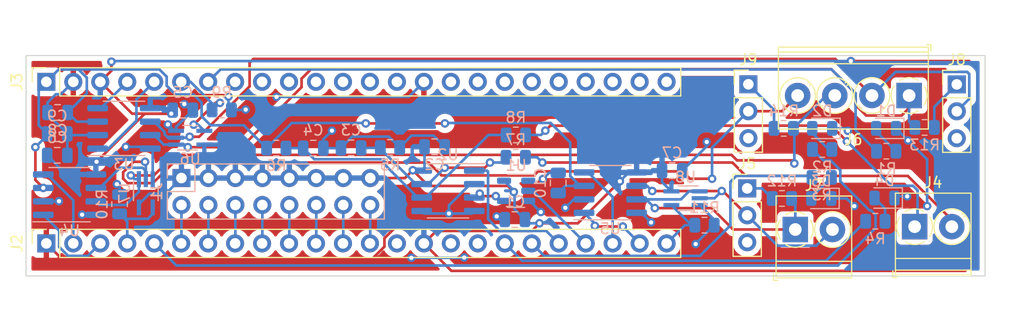
<source format=kicad_pcb>
(kicad_pcb (version 20211014) (generator pcbnew)
  (layers (0 "F.Cu" signal) (31 "B.Cu" signal) (34 "B.Paste" user) (35 "F.Paste" user) (36 "B.SilkS" user "B.Silkscreen") (37 "F.SilkS" user "F.Silkscreen") (38 "B.Mask" user) (39 "F.Mask" user) (44 "Edge.Cuts" user))
  (net 0 "")
  (net 1 "GND")
  (net 2 "Net-(U2-Pad7)")
  (net 3 "Net-(U2-Pad6)")
  (net 4 "+5V")
  (net 5 "Net-(D1-Pad2)")
  (net 6 "Net-(D2-Pad2)")
  (net 7 "Net-(D3-Pad2)")
  (net 8 "Net-(D4-Pad2)")
  (net 9 "CAN2_RX")
  (net 10 "CAN2_TX")
  (net 11 "CAN2_SW")
  (net 12 "CAN2_LED")
  (net 16 "PWR_LED")
  (net 17 "CAN3_LED")
  (net 18 "J1708_RX")
  (net 19 "J1708_TX")
  (net 20 "CAN3_RX")
  (net 21 "CAN3_TX")
  (net 22 "CAN3_SW")
  (net 23 "CAN1_RX")
  (net 24 "CAN1_TX")
  (net 25 "CAN1_SW")
  (net 26 "CAN1_LED")
  (net 43 "Net-(J4-Pad1)")
  (net 44 "Net-(J4-Pad2)")
  (net 45 "Net-(J5-Pad1)")
  (net 46 "Net-(J7-Pad2)")
  (net 48 "Net-(U3-Pad7)")
  (net 49 "Net-(U3-Pad6)")
  (net 50 "Net-(U4-Pad7)")
  (net 51 "Net-(U4-Pad6)")
  (net 52 "Net-(J7-Pad1)")
  (net 53 "Net-(J8-Pad1)")
  (net 55 "Net-(J9-Pad1)")
  (net 58 "Net-(U1-Pad4)")
  (net 59 "VCC")
  (net 60 "Net-(J2-Pad6)")
  (net 61 "Net-(J2-Pad7)")
  (net 62 "Net-(J2-Pad8)")
  (net 63 "Net-(J2-Pad9)")
  (net 64 "Net-(J2-Pad10)")
  (net 65 "Net-(J2-Pad11)")
  (net 66 "Net-(J2-Pad12)")
  (net 67 "Net-(J2-Pad13)")
  (footprint "Connector_PinHeader_2.54mm:PinHeader_1x03_P2.54mm_Vertical" (layer "F.Cu") (at 98.11 42.2)
    (fp_text reference "J9")
    (fp_text value "Conn_01x03")
  )
  (footprint "Connector_PinSocket_2.54mm:PinSocket_1x24_P2.54mm_Vertical" (layer "F.Cu") (at 31.99 57.21 90)
    (fp_text reference "J2")
    (fp_text value "Conn_01x24_Female")
  )
  (footprint "Connector_PinHeader_2.54mm:PinHeader_1x03_P2.54mm_Vertical" (layer "F.Cu") (at 98 52.02)
    (fp_text reference "J5")
    (fp_text value "Conn_01x03")
  )
  (footprint "Connector_PinSocket_2.54mm:PinSocket_1x24_P2.54mm_Vertical" (layer "F.Cu") (at 31.99 41.97 90)
    (fp_text reference "J3")
    (fp_text value "Conn_01x24_Female")
  )
  (footprint "TerminalBlock_Phoenix:TerminalBlock_Phoenix_PT-1,5-4-3.5-H_1x04_P3.50mm_Horizontal" (layer "F.Cu") (at 113.25 43.26 180)
    (fp_text reference "J6")
    (fp_text value "Screw_Terminal_01x04")
  )
  (footprint "TerminalBlock_Phoenix:TerminalBlock_Phoenix_PT-1,5-2-3.5-H_1x02_P3.50mm_Horizontal" (layer "F.Cu") (at 102.53 55.9)
    (fp_text reference "J7")
    (fp_text value "Screw_Terminal_01x02")
  )
  (footprint "TerminalBlock_Phoenix:TerminalBlock_Phoenix_PT-1,5-2-3.5-H_1x02_P3.50mm_Horizontal" (layer "F.Cu") (at 113.77 55.63)
    (fp_text reference "J4")
    (fp_text value "Screw_Terminal_01x02")
  )
  (footprint "Connector_PinHeader_2.54mm:PinHeader_1x03_P2.54mm_Vertical" (layer "F.Cu") (at 117.74 42.21)
    (fp_text reference "J8")
    (fp_text value "Conn_01x03")
  )
  (footprint "Resistor_SMD:R_0805_2012Metric" (layer "B.Cu") (at 101.27 52.97 180)
    (fp_text reference "R12")
    (fp_text value "120")
  )
  (footprint "LED_SMD:LED_0805_2012Metric" (layer "B.Cu") (at 104.98 52.97 180)
    (fp_text reference "D3")
    (fp_text value "LED")
  )
  (footprint "Resistor_SMD:R_0805_2012Metric" (layer "B.Cu") (at 76.2125 46.98 180)
    (fp_text reference "R8")
    (fp_text value "47")
  )
  (footprint "Package_TO_SOT_SMD:SOT-353_SC-70-5_Handsoldering" (layer "B.Cu") (at 45.54 47.24)
    (fp_text reference "U6")
    (fp_text value "74LVC1G66")
  )
  (footprint "Package_TO_SOT_SMD:SOT-353_SC-70-5_Handsoldering" (layer "B.Cu") (at 41.36 52.48 -90)
    (fp_text reference "U7")
    (fp_text value "74LVC1G66")
  )
  (footprint "Package_TO_SOT_SMD:SOT-23-5" (layer "B.Cu") (at 76.24 52.25 180)
    (fp_text reference "U1")
    (fp_text value "SN74LVC1G14DBV")
  )
  (footprint "Resistor_SMD:R_0805_2012Metric" (layer "B.Cu") (at 105.02 50.98)
    (fp_text reference "R3")
    (fp_text value "68")
  )
  (footprint "Resistor_SMD:R_0805_2012Metric" (layer "B.Cu") (at 110.07 55.12)
    (fp_text reference "R4")
    (fp_text value "68")
  )
  (footprint "Resistor_SMD:R_0805_2012Metric" (layer "B.Cu") (at 101.44 46.36 180)
    (fp_text reference "R14")
    (fp_text value "120")
  )
  (footprint "Package_TO_SOT_SMD:SOT-353_SC-70-5_Handsoldering" (layer "B.Cu") (at 92.19 52.95 180)
    (fp_text reference "U8")
    (fp_text value "74LVC1G66")
  )
  (footprint "Capacitor_SMD:C_0805_2012Metric" (layer "B.Cu") (at 60.69 48.2 180)
    (fp_text reference "C3")
    (fp_text value "2.2uF")
  )
  (footprint "Resistor_SMD:R_0805_2012Metric" (layer "B.Cu") (at 48.51 44.62 180)
    (fp_text reference "R9")
    (fp_text value "4.7k")
  )
  (footprint "Resistor_SMD:R_0805_2012Metric" (layer "B.Cu") (at 93.98 55.49 180)
    (fp_text reference "R11")
    (fp_text value "4.7k")
  )
  (footprint "LED_SMD:LED_0805_2012Metric" (layer "B.Cu") (at 111.08 46.36 180)
    (fp_text reference "D1")
    (fp_text value "LED")
  )
  (footprint "Resistor_SMD:R_0805_2012Metric" (layer "B.Cu") (at 76.2 49.08 180)
    (fp_text reference "R7")
    (fp_text value "47")
  )
  (footprint "Connector_PinHeader_2.54mm:PinHeader_2x08_P2.54mm_Vertical" (layer "B.Cu") (at 44.715 51.045 -90)
    (fp_text reference "J1")
    (fp_text value "Conn_02x08_Odd_Even")
  )
  (footprint "Resistor_SMD:R_0805_2012Metric" (layer "B.Cu") (at 64.36 48.16)
    (fp_text reference "R5")
    (fp_text value "4.7k")
  )
  (footprint "Package_SO:SOIC-8_3.9x4.9mm_P1.27mm" (layer "B.Cu") (at 39.3 46.36)
    (fp_text reference "U3")
    (fp_text value "MCP2558FD-xSN")
  )
  (footprint "Capacitor_SMD:C_0805_2012Metric" (layer "B.Cu") (at 44.84 44.64 180)
    (fp_text reference "C5")
    (fp_text value "100nF")
  )
  (footprint "Resistor_SMD:R_0805_2012Metric" (layer "B.Cu") (at 105.06 48.35)
    (fp_text reference "R2")
    (fp_text value "68")
  )
  (footprint "Resistor_SMD:R_0805_2012Metric" (layer "B.Cu") (at 53.65 48.22)
    (fp_text reference "R6")
    (fp_text value "4.7k")
  )
  (footprint "Capacitor_SMD:C_0805_2012Metric" (layer "B.Cu") (at 76.12 54.96 180)
    (fp_text reference "C1")
    (fp_text value "100nF")
  )
  (footprint "Package_SO:SOIC-8_3.9x4.9mm_P1.27mm" (layer "B.Cu") (at 69.82 52.25 180)
    (fp_text reference "U2")
    (fp_text value "ST485EBDR")
  )
  (footprint "Capacitor_SMD:C_0805_2012Metric" (layer "B.Cu") (at 33.02 48.9 180)
    (fp_text reference "C6")
    (fp_text value "100nF")
  )
  (footprint "Resistor_SMD:R_0805_2012Metric" (layer "B.Cu") (at 38.89 53.51 -90)
    (fp_text reference "R10")
    (fp_text value "4.7k")
  )
  (footprint "Capacitor_SMD:C_0805_2012Metric" (layer "B.Cu") (at 57.13 48.22 180)
    (fp_text reference "C4")
    (fp_text value "2.2uF")
  )
  (footprint "Capacitor_SMD:C_0805_2012Metric" (layer "B.Cu") (at 80.2 51.51 -90)
    (fp_text reference "C10")
    (fp_text value "100nF")
  )
  (footprint "Capacitor_SMD:C_0805_2012Metric" (layer "B.Cu") (at 90.93 50.35 180)
    (fp_text reference "C7")
    (fp_text value "100nF")
  )
  (footprint "LED_SMD:LED_0805_2012Metric" (layer "B.Cu") (at 105.07 46.36 180)
    (fp_text reference "D2")
    (fp_text value "LED")
  )
  (footprint "Capacitor_SMD:C_0805_2012Metric" (layer "B.Cu") (at 33.05 44.86)
    (fp_text reference "C8")
    (fp_text value "100nF")
  )
  (footprint "LED_SMD:LED_0805_2012Metric" (layer "B.Cu") (at 110.93 52.93 180)
    (fp_text reference "D4")
    (fp_text value "LED")
  )
  (footprint "Resistor_SMD:R_0805_2012Metric" (layer "B.Cu") (at 111.1 48.51)
    (fp_text reference "R1")
    (fp_text value "68")
  )
  (footprint "Resistor_SMD:R_0805_2012Metric" (layer "B.Cu") (at 114.71 46.27)
    (fp_text reference "R13")
    (fp_text value "120")
  )
  (footprint "Capacitor_SMD:C_0805_2012Metric" (layer "B.Cu") (at 68.56 48.09)
    (fp_text reference "C2")
    (fp_text value "100nF")
  )
  (footprint "Package_SO:SOIC-8_3.9x4.9mm_P1.27mm" (layer "B.Cu") (at 85.11 52.42)
    (fp_text reference "U5")
    (fp_text value "MCP2558FD-xSN")
  )
  (footprint "Package_SO:SOIC-8_3.9x4.9mm_P1.27mm" (layer "B.Cu") (at 34.18 52.61)
    (fp_text reference "U4")
    (fp_text value "MCP2558FD-xSN")
  )
  (footprint "Capacitor_SMD:C_0805_2012Metric" (layer "B.Cu") (at 33.02 46.87 180)
    (fp_text reference "C9")
    (fp_text value "100nF")
  )
  (gr_rect (start 30.08 39.49) (end 120.4 60.28) (layer "Edge.Cuts") (width 0.1) (fill none))
  (segment (start 31.99 57.21) (end 33.626443 58.846443) (width 0.25) (layer "F.Cu") (net 1))
  (segment (start 114.025402 52.77) (end 114.944109 53.688707) (width 0.25) (layer "F.Cu") (net 1))
  (segment (start 62.503557 58.846443) (end 63.835 57.515) (width 0.25) (layer "F.Cu") (net 1))
  (segment (start 108.087701 53.692299) (end 112.147701 53.692299) (width 0.25) (layer "F.Cu") (net 1))
  (segment (start 50.77 44.59) (end 52.47 44.59) (width 0.25) (layer "F.Cu") (net 1))
  (segment (start 110.381935 46.585259) (end 111.292926 47.49625) (width 0.25) (layer "F.Cu") (net 1))
  (segment (start 43.43896 45.987611) (end 41.592389 45.987611) (width 0.25) (layer "F.Cu") (net 1))
  (segment (start 70.18 54.66) (end 69.91 54.39) (width 0.25) (layer "F.Cu") (net 1))
  (segment (start 52.47 44.59) (end 53.67 43.39) (width 0.25) (layer "F.Cu") (net 1))
  (segment (start 74.41 54.66) (end 70.18 54.66) (width 0.25) (layer "F.Cu") (net 1))
  (segment (start 107.487423 46.585259) (end 110.381935 46.585259) (width 0.25) (layer "F.Cu") (net 1))
  (segment (start 49.011229 43.226115) (end 49.145258 43.360144) (width 0.25) (layer "F.Cu") (net 1))
  (segment (start 66.168299 54.39) (end 69.91 54.39) (width 0.25) (layer "F.Cu") (net 1))
  (segment (start 63.835 56.723299) (end 66.168299 54.39) (width 0.25) (layer "F.Cu") (net 1))
  (segment (start 45.827586 43.226115) (end 49.011229 43.226115) (width 0.25) (layer "F.Cu") (net 1))
  (segment (start 66.42 58.64) (end 66.42 58.621943) (width 0.25) (layer "F.Cu") (net 1))
  (segment (start 66.42 58.621943) (end 66.37 58.571943) (width 0.25) (layer "F.Cu") (net 1))
  (segment (start 112.147701 53.692299) (end 113.07 52.77) (width 0.25) (layer "F.Cu") (net 1))
  (segment (start 63.835 57.515) (end 63.835 56.723299) (width 0.25) (layer "F.Cu") (net 1))
  (segment (start 113.07 52.77) (end 114.025402 52.77) (width 0.25) (layer "F.Cu") (net 1))
  (segment (start 41.592389 45.987611) (end 39.48 48.1) (width 0.25) (layer "F.Cu") (net 1))
  (segment (start 33.626443 58.846443) (end 62.503557 58.846443) (width 0.25) (layer "F.Cu") (net 1))
  (segment (start 44.984124 44.069577) (end 45.827586 43.226115) (width 0.25) (layer "F.Cu") (net 1))
  (segment (start 111.292926 47.49625) (end 113.15375 47.49625) (width 0.25) (layer "F.Cu") (net 1))
  (via (at 71.35 58.54) (size 0.8) (drill 0.4) (layers "F.Cu" "B.Cu") (net 1))
  (via (at 66.37 58.571943) (size 0.8) (drill 0.4) (layers "F.Cu" "B.Cu") (net 1))
  (via (at 69.91 54.39) (size 0.8) (drill 0.4) (layers "F.Cu" "B.Cu") (net 1))
  (via (at 114.944109 53.688707) (size 0.8) (drill 0.4) (layers "F.Cu" "B.Cu") (net 1))
  (via (at 49.145258 43.360144) (size 0.8) (drill 0.4) (layers "F.Cu" "B.Cu") (net 1))
  (via (at 38.63 51.62) (size 0.8) (drill 0.4) (layers "F.Cu" "B.Cu") (net 1))
  (via (at 113.15375 47.49625) (size 0.8) (drill 0.4) (layers "F.Cu" "B.Cu") (net 1))
  (via (at 108.087701 53.692299) (size 0.8) (drill 0.4) (layers "F.Cu" "B.Cu") (net 1))
  (via (at 50.77 44.59) (size 0.8) (drill 0.4) (layers "F.Cu" "B.Cu") (net 1))
  (via (at 53.67 43.39) (size 0.8) (drill 0.4) (layers "F.Cu" "B.Cu") (net 1))
  (via (at 94.1877 47.6377) (size 0.8) (drill 0.4) (layers "F.Cu" "B.Cu") (net 1))
  (via (at 107.487423 46.585259) (size 0.8) (drill 0.4) (layers "F.Cu" "B.Cu") (net 1))
  (via (at 39.48 48.1) (size 0.8) (drill 0.4) (layers "F.Cu" "B.Cu") (net 1))
  (via (at 43.43896 45.987611) (size 0.8) (drill 0.4) (layers "F.Cu" "B.Cu") (net 1))
  (via (at 74.41 54.66) (size 0.8) (drill 0.4) (layers "F.Cu" "B.Cu") (net 1))
  (via (at 58.89 46.574049) (size 0.8) (drill 0.4) (layers "F.Cu" "B.Cu") (net 1))
  (via (at 44.984124 44.069577) (size 0.8) (drill 0.4) (layers "F.Cu" "B.Cu") (net 1))
  (via (at 78.56 54.25) (size 0.8) (drill 0.4) (layers "F.Cu" "B.Cu") (net 1))
  (via (at 78.76 51.14) (size 0.8) (drill 0.4) (layers "F.Cu" "B.Cu") (net 1))
  (via (at 113.07 52.77) (size 0.8) (drill 0.4) (layers "F.Cu" "B.Cu") (net 1))
  (via (at 80.87 53.85) (size 0.8) (drill 0.4) (layers "F.Cu" "B.Cu") (net 1))
  (via (at 88.95 55.23) (size 0.8) (drill 0.4) (layers "F.Cu" "B.Cu") (net 1))
  (via (at 35.36 54.5) (size 0.8) (drill 0.4) (layers "F.Cu" "B.Cu") (net 1))
  (via (at 93.15 57.27) (size 0.8) (drill 0.4) (layers "F.Cu" "B.Cu") (net 1))
  (via (at 33.18 53.23) (size 0.8) (drill 0.4) (layers "F.Cu" "B.Cu") (net 1))
  (segment (start 112.0275 52.77) (end 111.8675 52.93) (width 0.25) (layer "B.Cu") (net 1))
  (segment (start 49.145258 43.360144) (end 49.145258 44.342758) (width 0.25) (layer "B.Cu") (net 1))
  (segment (start 69.91 54.39) (end 72.06 54.39) (width 0.25) (layer "B.Cu") (net 1))
  (segment (start 88.045 54.325) (end 88.95 55.23) (width 0.25) (layer "B.Cu") (net 1))
  (segment (start 66.13 43.39) (end 67.55 41.97) (width 0.25) (layer "B.Cu") (net 1))
  (segment (start 71.318057 58.571943) (end 71.35 58.54) (width 0.25) (layer "B.Cu") (net 1))
  (segment (start 72.06 54.39) (end 72.295 54.155) (width 0.25) (layer "B.Cu") (net 1))
  (segment (start 74.71 54.96) (end 74.41 54.66) (width 0.25) (layer "B.Cu") (net 1))
  (segment (start 32.1 45) (end 33.97 46.87) (width 0.25) (layer "B.Cu") (net 1))
  (segment (start 34.095 46.995) (end 33.97 46.87) (width 0.25) (layer "B.Cu") (net 1))
  (segment (start 42.01 48.5) (end 41.775 48.265) (width 0.25) (layer "B.Cu") (net 1))
  (segment (start 53.67 43.39) (end 66.13 43.39) (width 0.25) (layer "B.Cu") (net 1))
  (segment (start 69.91 53.623249) (end 71.918249 51.615) (width 0.25) (layer "B.Cu") (net 1))
  (segment (start 38.89 51.88) (end 38.63 51.62) (width 0.25) (layer "B.Cu") (net 1))
  (segment (start 33.165 53.245) (end 33.18 53.23) (width 0.25) (layer "B.Cu") (net 1))
  (segment (start 58.08 48.22) (end 59.72 48.22) (width 0.25) (layer "B.Cu") (net 1))
  (segment (start 36.655 54.515) (end 35.375 54.515) (width 0.25) (layer "B.Cu") (net 1))
  (segment (start 66.37 58.571943) (end 71.318057 58.571943) (width 0.25) (layer "B.Cu") (net 1))
  (segment (start 69.51 48.09) (end 68.46 47.04) (width 0.25) (layer "B.Cu") (net 1))
  (segment (start 32.885 43.145) (end 33.355 43.145) (width 0.25) (layer "B.Cu") (net 1))
  (segment (start 69.91 54.39) (end 67.58 54.39) (width 0.25) (layer "B.Cu") (net 1))
  (segment (start 38.89 52.5975) (end 38.89 51.88) (width 0.25) (layer "B.Cu") (net 1))
  (segment (start 32.1 44.86) (end 32.1 43.93) (width 0.25) (layer "B.Cu") (net 1))
  (segment (start 59.74 48.2) (end 60.805 47.135) (width 0.25) (layer "B.Cu") (net 1))
  (segment (start 60.805 47.135) (end 64.2475 47.135) (width 0.25) (layer "B.Cu") (net 1))
  (segment (start 32.1 44.86) (end 32.1 45) (width 0.25) (layer "B.Cu") (net 1))
  (segment (start 31.705 53.245) (end 33.165 53.245) (width 0.25) (layer "B.Cu") (net 1))
  (segment (start 45.554547 44.64) (end 44.984124 44.069577) (width 0.25) (layer "B.Cu") (net 1))
  (segment (start 106.0075 46.36) (end 107.262164 46.36) (width 0.25) (layer "B.Cu") (net 1))
  (segment (start 44.21 46.22) (end 45.79 44.64) (width 0.25) (layer "B.Cu") (net 1))
  (segment (start 33.355 43.145) (end 34.53 41.97) (width 0.25) (layer "B.Cu") (net 1))
  (segment (start 49.145258 44.342758) (end 49.4225 44.62) (width 0.25) (layer "B.Cu") (net 1))
  (segment (start 94.8925 55.49) (end 94.8925 54.9725) (width 0.25) (layer "B.Cu") (net 1))
  (segment (start 81.665 53.055) (end 80.87 53.85) (width 0.25) (layer "B.Cu") (net 1))
  (segment (start 93.15 57.2325) (end 93.15 57.27) (width 0.25) (layer "B.Cu") (net 1))
  (segment (start 94.8925 54.9725) (end 93.52 53.6) (width 0.25) (layer "B.Cu") (net 1))
  (segment (start 39.48 48.1) (end 41.61 48.1) (width 0.25) (layer "B.Cu") (net 1))
  (segment (start 35.375 54.515) (end 35.36 54.5) (width 0.25) (layer "B.Cu") (net 1))
  (segment (start 77.51 53.2) (end 78.56 54.25) (width 0.25) (layer "B.Cu") (net 1))
  (segment (start 91.88 50.35) (end 94.1877 48.0423) (width 0.25) (layer "B.Cu") (net 1))
  (segment (start 82.635 53.055) (end 81.665 53.055) (width 0.25) (layer "B.Cu") (net 1))
  (segment (start 45.79 44.64) (end 45.554547 44.64) (width 0.25) (layer "B.Cu") (net 1))
  (segment (start 71.918249 51.615) (end 72.295 51.615) (width 0.25) (layer "B.Cu") (net 1))
  (segment (start 94.1877 48.0423) (end 94.1877 47.6377) (width 0.25) (layer "B.Cu") (net 1))
  (segment (start 41.61 48.1) (end 41.775 48.265) (width 0.25) (layer "B.Cu") (net 1))
  (segment (start 49.4225 44.62) (end 50.74 44.62) (width 0.25) (layer "B.Cu") (net 1))
  (segment (start 44.21 46.59) (end 44.041349 46.59) (width 0.25) (layer "B.Cu") (net 1))
  (segment (start 79.34 50.56) (end 78.76 51.14) (width 0.25) (layer "B.Cu") (net 1))
  (segment (start 42.01 51.15) (end 42.01 48.5) (width 0.25) (layer "B.Cu") (net 1))
  (segment (start 68.46 47.04) (end 66.3925 47.04) (width 0.25) (layer "B.Cu") (net 1))
  (segment (start 77.3775 53.2) (end 77.51 53.2) (width 0.25) (layer "B.Cu") (net 1))
  (segment (start 107.262164 46.36) (end 107.487423 46.585259) (width 0.25) (layer "B.Cu") (net 1))
  (segment (start 105.9175 52.97) (end 107.365402 52.97) (width 0.25) (layer "B.Cu") (net 1))
  (segment (start 75.17 54.96) (end 74.71 54.96) (width 0.25) (layer "B.Cu") (net 1))
  (segment (start 66.3925 47.04) (end 65.2725 48.16) (width 0.25) (layer "B.Cu") (net 1))
  (segment (start 50.74 44.62) (end 50.77 44.59) (width 0.25) (layer "B.Cu") (net 1))
  (segment (start 36.825 46.995) (end 34.095 46.995) (width 0.25) (layer "B.Cu") (net 1))
  (segment (start 58.08 48.22) (end 58.08 47.384049) (width 0.25) (layer "B.Cu") (net 1))
  (segment (start 33.97 48.9) (end 33.97 46.87) (width 0.25) (layer "B.Cu") (net 1))
  (segment (start 58.08 47.384049) (end 58.89 46.574049) (width 0.25) (layer "B.Cu") (net 1))
  (segment (start 113.07 52.77) (end 112.0275 52.77) (width 0.25) (layer "B.Cu") (net 1))
  (segment (start 87.585 54.325) (end 88.045 54.325) (width 0.25) (layer "B.Cu") (net 1))
  (segment (start 44.041349 46.59) (end 43.43896 45.987611) (width 0.25) (layer "B.Cu") (net 1))
  (segment (start 114.944109 53.688707) (end 114.944109 49.286609) (width 0.25) (layer "B.Cu") (net 1))
  (segment (start 94.8925 55.49) (end 93.15 57.2325) (width 0.25) (layer "B.Cu") (net 1))
  (segment (start 44.21 46.59) (end 44.21 46.22) (width 0.25) (layer "B.Cu") (net 1))
  (segment (start 69.91 54.39) (end 69.91 53.623249) (width 0.25) (layer "B.Cu") (net 1))
  (segment (start 67.58 54.39) (end 67.345 54.155) (width 0.25) (layer "B.Cu") (net 1))
  (segment (start 107.365402 52.97) (end 108.087701 53.692299) (width 0.25) (layer "B.Cu") (net 1))
  (segment (start 113.15375 47.49625) (end 112.0175 46.36) (width 0.25) (layer "B.Cu") (net 1))
  (segment (start 64.2475 47.135) (end 65.2725 48.16) (width 0.25) (layer "B.Cu") (net 1))
  (segment (start 32.1 43.93) (end 32.885 43.145) (width 0.25) (layer "B.Cu") (net 1))
  (segment (start 80.2 50.56) (end 79.34 50.56) (width 0.25) (layer "B.Cu") (net 1))
  (segment (start 59.72 48.22) (end 59.74 48.2) (width 0.25) (layer "B.Cu") (net 1))
  (segment (start 114.944109 49.286609) (end 113.15375 47.49625) (width 0.25) (layer "B.Cu") (net 1))
  (segment (start 73.286783 50.071075) (end 73.774438 49.58342) (width 0.25) (layer "F.Cu") (net 2))
  (segment (start 69.511076 50.071075) (end 73.286783 50.071075) (width 0.25) (layer "F.Cu") (net 2))
  (via (at 69.511076 50.071075) (size 0.8) (drill 0.4) (layers "F.Cu" "B.Cu") (net 2))
  (via (at 73.774438 49.58342) (size 0.8) (drill 0.4) (layers "F.Cu" "B.Cu") (net 2))
  (segment (start 67.967151 51.615) (end 69.511076 50.071075) (width 0.25) (layer "B.Cu") (net 2))
  (segment (start 73.774438 49.58342) (end 74.78408 49.58342) (width 0.25) (layer "B.Cu") (net 2))
  (segment (start 63.4475 48.16) (end 63.4475 48.27707) (width 0.25) (layer "B.Cu") (net 2))
  (segment (start 63.4475 48.27707) (end 66.78543 51.615) (width 0.25) (layer "B.Cu") (net 2))
  (segment (start 66.78543 51.615) (end 67.345 51.615) (width 0.25) (layer "B.Cu") (net 2))
  (segment (start 67.345 51.615) (end 67.967151 51.615) (width 0.25) (layer "B.Cu") (net 2))
  (segment (start 74.78408 49.58342) (end 75.2875 49.08) (width 0.25) (layer "B.Cu") (net 2))
  (segment (start 61.64 48.2) (end 63.4075 48.2) (width 0.25) (layer "B.Cu") (net 2))
  (segment (start 63.4075 48.2) (end 63.4475 48.16) (width 0.25) (layer "B.Cu") (net 2))
  (segment (start 67.721751 52.885) (end 67.345 52.885) (width 0.25) (layer "B.Cu") (net 3))
  (segment (start 66.968249 52.885) (end 67.345 52.885) (width 0.25) (layer "B.Cu") (net 3))
  (segment (start 57.23 49.27) (end 63.804034 49.27) (width 0.25) (layer "B.Cu") (net 3))
  (segment (start 73.626751 46.98) (end 67.721751 52.885) (width 0.25) (layer "B.Cu") (net 3))
  (segment (start 63.81 49.275966) (end 63.81 49.726751) (width 0.25) (layer "B.Cu") (net 3))
  (segment (start 56.18 48.22) (end 57.23 49.27) (width 0.25) (layer "B.Cu") (net 3))
  (segment (start 54.5625 48.22) (end 56.18 48.22) (width 0.25) (layer "B.Cu") (net 3))
  (segment (start 63.804034 49.27) (end 63.81 49.275966) (width 0.25) (layer "B.Cu") (net 3))
  (segment (start 63.81 49.726751) (end 66.968249 52.885) (width 0.25) (layer "B.Cu") (net 3))
  (segment (start 75.3 46.98) (end 73.626751 46.98) (width 0.25) (layer "B.Cu") (net 3))
  (segment (start 30.96 51.23) (end 31.705 51.975) (width 0.25) (layer "F.Cu") (net 4))
  (segment (start 62.08 45.89) (end 69.53 45.89) (width 0.25) (layer "F.Cu") (net 4))
  (segment (start 30.96 48.13) (end 30.96 51.23) (width 0.25) (layer "F.Cu") (net 4))
  (via (at 30.96 48.13) (size 0.8) (drill 0.4) (layers "F.Cu" "B.Cu") (net 4))
  (via (at 69.53 45.89) (size 0.8) (drill 0.4) (layers "F.Cu" "B.Cu") (net 4))
  (via (at 31.705 51.975) (size 0.8) (drill 0.4) (layers "F.Cu" "B.Cu") (net 4))
  (via (at 62.08 45.89) (size 0.8) (drill 0.4) (layers "F.Cu" "B.Cu") (net 4))
  (segment (start 46.615 43.926827) (end 45.848173 43.16) (width 0.25) (layer "B.Cu") (net 4))
  (segment (start 62.039049 45.849049) (end 62.08 45.89) (width 0.25) (layer "B.Cu") (net 4))
  (segment (start 81.335 50.861751) (end 82.258249 51.785) (width 0.25) (layer "B.Cu") (net 4))
  (segment (start 34.865 45.725) (end 36.825 45.725) (width 0.25) (layer "B.Cu") (net 4))
  (segment (start 34 44.86) (end 34.865 45.725) (width 0.25) (layer "B.Cu") (net 4))
  (segment (start 32.07 46.87) (end 32.07 47.02) (width 0.25) (layer "B.Cu") (net 4))
  (segment (start 35.803249 43.056751) (end 34 44.86) (width 0.25) (layer "B.Cu") (net 4))
  (segment (start 42.636701 40.795) (end 33.165 40.795) (width 0.25) (layer "B.Cu") (net 4))
  (segment (start 45.848173 43.16) (end 44.15 43.16) (width 0.25) (layer "B.Cu") (net 4))
  (segment (start 50.5825 46.065) (end 47.455 46.065) (width 0.25) (layer "B.Cu") (net 4))
  (segment (start 81.335 47.695) (end 81.335 50.861751) (width 0.25) (layer "B.Cu") (net 4))
  (segment (start 52.7375 48.22) (end 55.108451 45.849049) (width 0.25) (layer "B.Cu") (net 4))
  (segment (start 35.016701 40.795) (end 35.803249 41.581548) (width 0.25) (layer "B.Cu") (net 4))
  (segment (start 31.275 42.685) (end 31.275 46.075) (width 0.25) (layer "B.Cu") (net 4))
  (segment (start 82.258249 51.785) (end 82.635 51.785) (width 0.25) (layer "B.Cu") (net 4))
  (segment (start 47.455 46.065) (end 46.615 45.225) (width 0.25) (layer "B.Cu") (net 4))
  (segment (start 55.108451 45.849049) (end 62.039049 45.849049) (width 0.25) (layer "B.Cu") (net 4))
  (segment (start 80.875 51.785) (end 80.2 52.46) (width 0.25) (layer "B.Cu") (net 4))
  (segment (start 46.615 45.225) (end 46.615 43.926827) (width 0.25) (layer "B.Cu") (net 4))
  (segment (start 43.325 42.335) (end 43.325 41.483299) (width 0.25) (layer "B.Cu") (net 4))
  (segment (start 79.489049 45.849049) (end 81.335 47.695) (width 0.25) (layer "B.Cu") (net 4))
  (segment (start 33.165 40.795) (end 31.99 41.97) (width 0.25) (layer "B.Cu") (net 4))
  (segment (start 35.803249 41.581548) (end 35.803249 43.056751) (width 0.25) (layer "B.Cu") (net 4))
  (segment (start 32.07 47.02) (end 30.96 48.13) (width 0.25) (layer "B.Cu") (net 4))
  (segment (start 44.15 43.16) (end 43.325 42.335) (width 0.25) (layer "B.Cu") (net 4))
  (segment (start 33.165 40.795) (end 35.016701 40.795) (width 0.25) (layer "B.Cu") (net 4))
  (segment (start 31.275 46.075) (end 32.07 46.87) (width 0.25) (layer "B.Cu") (net 4))
  (segment (start 82.635 51.785) (end 80.875 51.785) (width 0.25) (layer "B.Cu") (net 4))
  (segment (start 43.325 41.483299) (end 42.636701 40.795) (width 0.25) (layer "B.Cu") (net 4))
  (segment (start 69.570951 45.849049) (end 79.489049 45.849049) (width 0.25) (layer "B.Cu") (net 4))
  (segment (start 52.7375 48.22) (end 50.5825 46.065) (width 0.25) (layer "B.Cu") (net 4))
  (segment (start 31.99 41.97) (end 31.275 42.685) (width 0.25) (layer "B.Cu") (net 4))
  (segment (start 69.53 45.89) (end 69.570951 45.849049) (width 0.25) (layer "B.Cu") (net 4))
  (segment (start 112.0125 48.51) (end 110.1425 46.64) (width 0.25) (layer "B.Cu") (net 5))
  (segment (start 110.1425 46.64) (end 110.1425 46.36) (width 0.25) (layer "B.Cu") (net 5))
  (segment (start 105.9725 48.35) (end 105.673173 48.35) (width 0.25) (layer "B.Cu") (net 6))
  (segment (start 104.1325 46.809327) (end 104.1325 46.36) (width 0.25) (layer "B.Cu") (net 6))
  (segment (start 105.673173 48.35) (end 104.1325 46.809327) (width 0.25) (layer "B.Cu") (net 6))
  (segment (start 104.0425 52.97) (end 104.0425 52.87) (width 0.25) (layer "B.Cu") (net 7))
  (segment (start 104.0425 52.87) (end 105.9325 50.98) (width 0.25) (layer "B.Cu") (net 7))
  (segment (start 110.9825 55.12) (end 110.9825 53.92) (width 0.25) (layer "B.Cu") (net 8))
  (segment (start 110.9825 53.92) (end 109.9925 52.93) (width 0.25) (layer "B.Cu") (net 8))
  (segment (start 34.53 53.153249) (end 32.081751 50.705) (width 0.25) (layer "B.Cu") (net 9))
  (segment (start 34.53 57.21) (end 34.53 53.153249) (width 0.25) (layer "B.Cu") (net 9))
  (segment (start 32.081751 50.705) (end 31.705 50.705) (width 0.25) (layer "B.Cu") (net 9))
  (segment (start 33.2 56.01) (end 31.705 54.515) (width 0.25) (layer "B.Cu") (net 10))
  (segment (start 37.07 57.21) (end 35.895 58.385) (width 0.25) (layer "B.Cu") (net 10))
  (segment (start 33.2 57.541701) (end 33.2 56.01) (width 0.25) (layer "B.Cu") (net 10))
  (segment (start 35.895 58.385) (end 34.043299 58.385) (width 0.25) (layer "B.Cu") (net 10))
  (segment (start 34.043299 58.385) (end 33.2 57.541701) (width 0.25) (layer "B.Cu") (net 10))
  (segment (start 39.3525 54.885) (end 41.565 54.885) (width 0.25) (layer "B.Cu") (net 11))
  (segment (start 38.89 54.4225) (end 39.3525 54.885) (width 0.25) (layer "B.Cu") (net 11))
  (segment (start 42.01 54.44) (end 42.01 53.81) (width 0.25) (layer "B.Cu") (net 11))
  (segment (start 39.61 57.21) (end 39.61 55.1425) (width 0.25) (layer "B.Cu") (net 11))
  (segment (start 41.565 54.885) (end 42.01 54.44) (width 0.25) (layer "B.Cu") (net 11))
  (segment (start 39.61 55.1425) (end 38.89 54.4225) (width 0.25) (layer "B.Cu") (net 11))
  (segment (start 109.658173 54.095) (end 109.515 54.095) (width 0.25) (layer "B.Cu") (net 12))
  (segment (start 106.553557 59.296443) (end 110.09 55.76) (width 0.25) (layer "B.Cu") (net 12))
  (segment (start 106.77 51.35) (end 106.77 50.291827) (width 0.25) (layer "B.Cu") (net 12))
  (segment (start 106.77 50.291827) (end 105.853173 49.375) (width 0.25) (layer "B.Cu") (net 12))
  (segment (start 105.853173 49.375) (end 105.1725 49.375) (width 0.25) (layer "B.Cu") (net 12))
  (segment (start 44.236443 59.296443) (end 106.553557 59.296443) (width 0.25) (layer "B.Cu") (net 12))
  (segment (start 42.15 57.21) (end 44.236443 59.296443) (width 0.25) (layer "B.Cu") (net 12))
  (segment (start 110.09 55.76) (end 110.09 54.526827) (width 0.25) (layer "B.Cu") (net 12))
  (segment (start 105.1725 49.375) (end 104.1475 48.35) (width 0.25) (layer "B.Cu") (net 12))
  (segment (start 109.515 54.095) (end 106.77 51.35) (width 0.25) (layer "B.Cu") (net 12))
  (segment (start 110.09 54.526827) (end 109.658173 54.095) (width 0.25) (layer "B.Cu") (net 12))
  (segment (start 109.1575 55.12) (end 105.431057 58.846443) (width 0.25) (layer "B.Cu") (net 16))
  (segment (start 76.806443 58.846443) (end 75.17 57.21) (width 0.25) (layer "B.Cu") (net 16))
  (segment (start 105.431057 58.846443) (end 76.806443 58.846443) (width 0.25) (layer "B.Cu") (net 16))
  (segment (start 96.419278 51.400722) (end 96.975 50.845) (width 0.25) (layer "B.Cu") (net 17))
  (segment (start 96.975 50.845) (end 103.9725 50.845) (width 0.25) (layer "B.Cu") (net 17))
  (segment (start 93.545 58.385) (end 96.419278 55.510722) (width 0.25) (layer "B.Cu") (net 17))
  (segment (start 103.9725 50.845) (end 104.1075 50.98) (width 0.25) (layer "B.Cu") (net 17))
  (segment (start 77.71 57.21) (end 78.885 58.385) (width 0.25) (layer "B.Cu") (net 17))
  (segment (start 96.419278 55.510722) (end 96.419278 51.400722) (width 0.25) (layer "B.Cu") (net 17))
  (segment (start 78.885 58.385) (end 93.545 58.385) (width 0.25) (layer "B.Cu") (net 17))
  (segment (start 80.25 57.21) (end 79.075 56.035) (width 0.25) (layer "B.Cu") (net 18))
  (segment (start 74.706827 56.035) (end 73.595 54.923173) (width 0.25) (layer "B.Cu") (net 18))
  (segment (start 73.595 50.445) (end 73.495 50.345) (width 0.25) (layer "B.Cu") (net 18))
  (segment (start 79.075 56.035) (end 74.706827 56.035) (width 0.25) (layer "B.Cu") (net 18))
  (segment (start 73.595 54.923173) (end 73.595 50.445) (width 0.25) (layer "B.Cu") (net 18))
  (segment (start 73.495 50.345) (end 72.295 50.345) (width 0.25) (layer "B.Cu") (net 18))
  (segment (start 82.79 57.21) (end 77.83 52.25) (width 0.25) (layer "B.Cu") (net 19))
  (segment (start 77.83 52.25) (end 77.3775 52.25) (width 0.25) (layer "B.Cu") (net 19))
  (segment (start 85.33 52.833249) (end 83.011751 50.515) (width 0.25) (layer "B.Cu") (net 20))
  (segment (start 83.011751 50.515) (end 82.635 50.515) (width 0.25) (layer "B.Cu") (net 20))
  (segment (start 85.33 57.21) (end 85.33 52.833249) (width 0.25) (layer "B.Cu") (net 20))
  (segment (start 83.72 55.62) (end 83.65 55.55) (width 0.25) (layer "F.Cu") (net 21))
  (segment (start 86.29 55.62) (end 83.72 55.62) (width 0.25) (layer "F.Cu") (net 21))
  (via (at 83.65 55.55) (size 0.8) (drill 0.4) (layers "F.Cu" "B.Cu") (net 21))
  (via (at 86.29 55.62) (size 0.8) (drill 0.4) (layers "F.Cu" "B.Cu") (net 21))
  (segment (start 87.87 57.2) (end 86.29 55.62) (width 0.25) (layer "B.Cu") (net 21))
  (segment (start 83.65 55.34) (end 82.635 54.325) (width 0.25) (layer "B.Cu") (net 21))
  (segment (start 83.65 55.55) (end 83.65 55.34) (width 0.25) (layer "B.Cu") (net 21))
  (segment (start 87.87 57.21) (end 87.87 57.2) (width 0.25) (layer "B.Cu") (net 21))
  (segment (start 92.75 55.49) (end 90.86 53.6) (width 0.25) (layer "B.Cu") (net 22))
  (segment (start 90.41 57.21) (end 92.13 55.49) (width 0.25) (layer "B.Cu") (net 22))
  (segment (start 93.0675 55.49) (end 92.75 55.49) (width 0.25) (layer "B.Cu") (net 22))
  (segment (start 92.13 55.49) (end 93.0675 55.49) (width 0.25) (layer "B.Cu") (net 22))
  (segment (start 39.61 41.97) (end 37.125 44.455) (width 0.25) (layer "B.Cu") (net 23))
  (segment (start 37.125 44.455) (end 36.825 44.455) (width 0.25) (layer "B.Cu") (net 23))
  (segment (start 40.475 45.625) (end 37.835 48.265) (width 0.25) (layer "B.Cu") (net 24))
  (segment (start 37.835 48.265) (end 36.825 48.265) (width 0.25) (layer "B.Cu") (net 24))
  (segment (start 40.475 43.645) (end 40.475 45.625) (width 0.25) (layer "B.Cu") (net 24))
  (segment (start 42.15 41.97) (end 40.475 43.645) (width 0.25) (layer "B.Cu") (net 24))
  (segment (start 47.928885 43.951115) (end 45.87 46.01) (width 0.25) (layer "F.Cu") (net 25))
  (segment (start 48.339183 43.951115) (end 47.928885 43.951115) (width 0.25) (layer "F.Cu") (net 25))
  (via (at 45.87 46.01) (size 0.8) (drill 0.4) (layers "F.Cu" "B.Cu") (net 25))
  (via (at 48.339183 43.951115) (size 0.8) (drill 0.4) (layers "F.Cu" "B.Cu") (net 25))
  (segment (start 46.29 46.01) (end 46.87 46.59) (width 0.25) (layer "B.Cu") (net 25))
  (segment (start 47.5975 44.62) (end 47.670298 44.62) (width 0.25) (layer "B.Cu") (net 25))
  (segment (start 45.568299 41.97) (end 44.69 41.97) (width 0.25) (layer "B.Cu") (net 25))
  (segment (start 47.5975 44.62) (end 47.5975 43.999201) (width 0.25) (layer "B.Cu") (net 25))
  (segment (start 47.670298 44.62) (end 48.339183 43.951115) (width 0.25) (layer "B.Cu") (net 25))
  (segment (start 47.5975 43.999201) (end 45.568299 41.97) (width 0.25) (layer "B.Cu") (net 25))
  (segment (start 45.87 46.01) (end 46.29 46.01) (width 0.25) (layer "B.Cu") (net 25))
  (segment (start 48.405 40.795) (end 105.941676 40.795) (width 0.25) (layer "B.Cu") (net 26))
  (segment (start 105.941676 40.795) (end 108.21 43.063324) (width 0.25) (layer "B.Cu") (net 26))
  (segment (start 47.23 41.97) (end 48.405 40.795) (width 0.25) (layer "B.Cu") (net 26))
  (segment (start 108.21 46.5325) (end 110.1875 48.51) (width 0.25) (layer "B.Cu") (net 26))
  (segment (start 108.21 43.063324) (end 108.21 46.5325) (width 0.25) (layer "B.Cu") (net 26))
  (segment (start 105.915 46.105) (end 107.39 47.58) (width 0.25) (layer "F.Cu") (net 43))
  (segment (start 78.99 46.574049) (end 79.459049 46.105) (width 0.25) (layer "F.Cu") (net 43))
  (segment (start 79.459049 46.105) (end 105.915 46.105) (width 0.25) (layer "F.Cu") (net 43))
  (via (at 78.99 46.574049) (size 0.8) (drill 0.4) (layers "F.Cu" "B.Cu") (net 43))
  (via (at 107.39 47.58) (size 0.8) (drill 0.4) (layers "F.Cu" "B.Cu") (net 43))
  (segment (start 111.585 51.775) (end 113.620305 51.775) (width 0.25) (layer "B.Cu") (net 43))
  (segment (start 78.584049 46.98) (end 78.99 46.574049) (width 0.25) (layer "B.Cu") (net 43))
  (segment (start 77.125 46.98) (end 78.584049 46.98) (width 0.25) (layer "B.Cu") (net 43))
  (segment (start 113.620305 51.775) (end 114.045 52.199695) (width 0.25) (layer "B.Cu") (net 43))
  (segment (start 107.39 47.58) (end 111.585 51.775) (width 0.25) (layer "B.Cu") (net 43))
  (segment (start 114.045 52.199695) (end 114.045 55.355) (width 0.25) (layer "B.Cu") (net 43))
  (segment (start 114.045 55.355) (end 113.77 55.63) (width 0.25) (layer "B.Cu") (net 43))
  (segment (start 78.71 49.58342) (end 96.609184 49.58342) (width 0.25) (layer "F.Cu") (net 44))
  (segment (start 96.609184 49.58342) (end 97.870764 50.845) (width 0.25) (layer "F.Cu") (net 44))
  (segment (start 113.125 50.845) (end 117.27 54.99) (width 0.25) (layer "F.Cu") (net 44))
  (segment (start 117.27 54.99) (end 117.27 55.63) (width 0.25) (layer "F.Cu") (net 44))
  (segment (start 97.870764 50.845) (end 113.125 50.845) (width 0.25) (layer "F.Cu") (net 44))
  (via (at 78.71 49.58342) (size 0.8) (drill 0.4) (layers "F.Cu" "B.Cu") (net 44))
  (segment (start 77.1125 49.08) (end 78.20658 49.08) (width 0.25) (layer "B.Cu") (net 44))
  (segment (start 78.20658 49.08) (end 78.71 49.58342) (width 0.25) (layer "B.Cu") (net 44))
  (segment (start 100.3575 52.97) (end 99.4075 52.02) (width 0.25) (layer "B.Cu") (net 45))
  (segment (start 99.4075 52.02) (end 98 52.02) (width 0.25) (layer "B.Cu") (net 45))
  (segment (start 89.06 52.27) (end 95.6 52.27) (width 0.25) (layer "F.Cu") (net 46))
  (segment (start 95.6 52.27) (end 95.71 52.27) (width 0.25) (layer "F.Cu") (net 46))
  (segment (start 95.71 52.27) (end 98 54.56) (width 0.25) (layer "F.Cu") (net 46))
  (via (at 95.6 52.27) (size 0.8) (drill 0.4) (layers "F.Cu" "B.Cu") (net 46))
  (via (at 89.06 52.27) (size 0.8) (drill 0.4) (layers "F.Cu" "B.Cu") (net 46))
  (segment (start 100.865 57.425) (end 98 54.56) (width 0.25) (layer "B.Cu") (net 46))
  (segment (start 104.505 57.425) (end 100.865 57.425) (width 0.25) (layer "B.Cu") (net 46))
  (segment (start 94.92 52.95) (end 95.6 52.27) (width 0.25) (layer "B.Cu") (net 46))
  (segment (start 88.575 51.785) (end 89.06 52.27) (width 0.25) (layer "B.Cu") (net 46))
  (segment (start 106.03 55.9) (end 104.505 57.425) (width 0.25) (layer "B.Cu") (net 46))
  (segment (start 87.585 51.785) (end 88.575 51.785) (width 0.25) (layer "B.Cu") (net 46))
  (segment (start 93.52 52.95) (end 94.92 52.95) (width 0.25) (layer "B.Cu") (net 46))
  (segment (start 105.916676 40.77) (end 108.21 43.063324) (width 0.25) (layer "F.Cu") (net 48))
  (segment (start 108.21 44.15) (end 109.21 45.15) (width 0.25) (layer "F.Cu") (net 48))
  (segment (start 45.315054 48.134073) (end 50.364485 48.134073) (width 0.25) (layer "F.Cu") (net 48))
  (segment (start 112.54 45.15) (end 113.25 44.44) (width 0.25) (layer "F.Cu") (net 48))
  (segment (start 50.364485 48.134073) (end 56.03 42.468558) (width 0.25) (layer "F.Cu") (net 48))
  (segment (start 56.03 42.468558) (end 56.03 41.668299) (width 0.25) (layer "F.Cu") (net 48))
  (segment (start 113.25 44.44) (end 113.25 43.26) (width 0.25) (layer "F.Cu") (net 48))
  (segment (start 109.21 45.15) (end 112.54 45.15) (width 0.25) (layer "F.Cu") (net 48))
  (segment (start 56.03 41.668299) (end 56.928299 40.77) (width 0.25) (layer "F.Cu") (net 48))
  (segment (start 56.928299 40.77) (end 105.916676 40.77) (width 0.25) (layer "F.Cu") (net 48))
  (segment (start 108.21 43.063324) (end 108.21 44.15) (width 0.25) (layer "F.Cu") (net 48))
  (via (at 45.315054 48.134073) (size 0.8) (drill 0.4) (layers "F.Cu" "B.Cu") (net 48))
  (segment (start 42.151751 46.995) (end 43.046751 47.89) (width 0.25) (layer "B.Cu") (net 48))
  (segment (start 113.25 43.26) (end 113.25 45.7225) (width 0.25) (layer "B.Cu") (net 48))
  (segment (start 43.046751 47.89) (end 44.21 47.89) (width 0.25) (layer "B.Cu") (net 48))
  (segment (start 45.070981 47.89) (end 45.315054 48.134073) (width 0.25) (layer "B.Cu") (net 48))
  (segment (start 41.775 46.995) (end 42.151751 46.995) (width 0.25) (layer "B.Cu") (net 48))
  (segment (start 113.25 45.7225) (end 113.7975 46.27) (width 0.25) (layer "B.Cu") (net 48))
  (segment (start 44.21 47.89) (end 45.070981 47.89) (width 0.25) (layer "B.Cu") (net 48))
  (segment (start 51.135 40.165) (end 51.49 39.81) (width 0.25) (layer "F.Cu") (net 49))
  (segment (start 45.49 47.15) (end 46.38 47.15) (width 0.25) (layer "F.Cu") (net 49))
  (segment (start 46.38 47.15) (end 51.135 42.395) (width 0.25) (layer "F.Cu") (net 49))
  (segment (start 51.135 42.395) (end 51.135 40.165) (width 0.25) (layer "F.Cu") (net 49))
  (segment (start 106.3 39.81) (end 109.75 43.26) (width 0.25) (layer "F.Cu") (net 49))
  (segment (start 51.49 39.81) (end 106.3 39.81) (width 0.25) (layer "F.Cu") (net 49))
  (via (at 45.49 47.15) (size 0.8) (drill 0.4) (layers "F.Cu" "B.Cu") (net 49))
  (segment (start 44.21 47.24) (end 45.4 47.24) (width 0.25) (layer "B.Cu") (net 49))
  (segment (start 117.74 44.75) (end 118.915 43.575) (width 0.25) (layer "B.Cu") (net 49))
  (segment (start 43.135 46.93) (end 43.445 47.24) (width 0.25) (layer "B.Cu") (net 49))
  (segment (start 42.151751 45.725) (end 43.135 46.708249) (width 0.25) (layer "B.Cu") (net 49))
  (segment (start 118.915 41.225) (end 118.72 41.03) (width 0.25) (layer "B.Cu") (net 49))
  (segment (start 43.445 47.24) (end 44.21 47.24) (width 0.25) (layer "B.Cu") (net 49))
  (segment (start 118.72 41.03) (end 111.98 41.03) (width 0.25) (layer "B.Cu") (net 49))
  (segment (start 118.915 43.575) (end 118.915 41.225) (width 0.25) (layer "B.Cu") (net 49))
  (segment (start 41.775 45.725) (end 42.151751 45.725) (width 0.25) (layer "B.Cu") (net 49))
  (segment (start 43.135 46.708249) (end 43.135 46.93) (width 0.25) (layer "B.Cu") (net 49))
  (segment (start 45.4 47.24) (end 45.49 47.15) (width 0.25) (layer "B.Cu") (net 49))
  (segment (start 111.98 41.03) (end 109.75 43.26) (width 0.25) (layer "B.Cu") (net 49))
  (segment (start 39.95 50.7995) (end 42.115195 50.7995) (width 0.25) (layer "F.Cu") (net 50))
  (segment (start 102.44 49.416443) (end 102.44 49.67) (width 0.25) (layer "F.Cu") (net 50))
  (segment (start 97.038603 49.376443) (end 102.4 49.376443) (width 0.25) (layer "F.Cu") (net 50))
  (segment (start 42.115195 50.7995) (end 44.055775 48.85892) (width 0.25) (layer "F.Cu") (net 50))
  (segment (start 96.52108 48.85892) (end 97.038603 49.376443) (width 0.25) (layer "F.Cu") (net 50))
  (segment (start 44.055775 48.85892) (end 96.52108 48.85892) (width 0.25) (layer "F.Cu") (net 50))
  (segment (start 102.4 49.376443) (end 102.44 49.416443) (width 0.25) (layer "F.Cu") (net 50))
  (via (at 102.44 49.67) (size 0.8) (drill 0.4) (layers "F.Cu" "B.Cu") (net 50))
  (via (at 39.95 50.7995) (size 0.8) (drill 0.4) (layers "F.Cu" "B.Cu") (net 50))
  (segment (start 39.455 53.585) (end 40.71 52.33) (width 0.25) (layer "B.Cu") (net 50))
  (segment (start 40.71 52.33) (end 40.71 51.15) (width 0.25) (layer "B.Cu") (net 50))
  (segment (start 102.3525 46.36) (end 105.4525 43.26) (width 0.25) (layer "B.Cu") (net 50))
  (segment (start 36.995 53.585) (end 39.455 53.585) (width 0.25) (layer "B.Cu") (net 50))
  (segment (start 40.3005 51.15) (end 39.95 50.7995) (width 0.25) (layer "B.Cu") (net 50))
  (segment (start 40.71 51.15) (end 40.3005 51.15) (width 0.25) (layer "B.Cu") (net 50))
  (segment (start 36.655 53.245) (end 36.995 53.585) (width 0.25) (layer "B.Cu") (net 50))
  (segment (start 105.4525 43.26) (end 106.25 43.26) (width 0.25) (layer "B.Cu") (net 50))
  (segment (start 102.44 46.4475) (end 102.3525 46.36) (width 0.25) (layer "B.Cu") (net 50))
  (segment (start 102.44 49.67) (end 102.44 46.4475) (width 0.25) (layer "B.Cu") (net 50))
  (segment (start 101.27 44.74) (end 102.75 43.26) (width 0.25) (layer "F.Cu") (net 51))
  (segment (start 92.609502 51.11) (end 94.69 51.11) (width 0.25) (layer "F.Cu") (net 51))
  (segment (start 69.210771 50.796075) (end 77.92204 50.796075) (width 0.25) (layer "F.Cu") (net 51))
  (segment (start 78.303115 50.415) (end 91.914502 50.415) (width 0.25) (layer "F.Cu") (net 51))
  (segment (start 77.92204 50.796075) (end 78.303115 50.415) (width 0.25) (layer "F.Cu") (net 51))
  (segment (start 41.2855 49.51) (end 40.214195 49.51) (width 0.25) (layer "F.Cu") (net 51))
  (segment (start 39.225 51.099805) (end 39.649695 51.5245) (width 0.25) (layer "F.Cu") (net 51))
  (segment (start 91.914502 50.415) (end 92.609502 51.11) (width 0.25) (layer "F.Cu") (net 51))
  (segment (start 40.214195 49.51) (end 39.225 50.499195) (width 0.25) (layer "F.Cu") (net 51))
  (segment (start 98.11 44.74) (end 101.27 44.74) (width 0.25) (layer "F.Cu") (net 51))
  (segment (start 42.026591 51.5245) (end 43.967671 49.58342) (width 0.25) (layer "F.Cu") (net 51))
  (segment (start 39.649695 51.5245) (end 42.026591 51.5245) (width 0.25) (layer "F.Cu") (net 51))
  (segment (start 39.225 50.499195) (end 39.225 51.099805) (width 0.25) (layer "F.Cu") (net 51))
  (segment (start 67.998116 49.58342) (end 69.210771 50.796075) (width 0.25) (layer "F.Cu") (net 51))
  (segment (start 43.967671 49.58342) (end 67.998116 49.58342) (width 0.25) (layer "F.Cu") (net 51))
  (via (at 41.2855 49.51) (size 0.8) (drill 0.4) (layers "F.Cu" "B.Cu") (net 51))
  (via (at 94.69 51.11) (size 0.8) (drill 0.4) (layers "F.Cu" "B.Cu") (net 51))
  (segment (start 41.36 49.5845) (end 41.2855 49.51) (width 0.25) (layer "B.Cu") (net 51))
  (segment (start 38.931751 50.075) (end 41.05 50.075) (width 0.25) (layer "B.Cu") (net 51))
  (segment (start 41.05 50.075) (end 41.36 50.385) (width 0.25) (layer "B.Cu") (net 51))
  (segment (start 41.36 50.385) (end 41.36 51.15) (width 0.25) (layer "B.Cu") (net 51))
  (segment (start 37.031751 51.975) (end 38.931751 50.075) (width 0.25) (layer "B.Cu") (net 51))
  (segment (start 94.69 48.16) (end 98.11 44.74) (width 0.25) (layer "B.Cu") (net 51))
  (segment (start 36.655 51.975) (end 37.031751 51.975) (width 0.25) (layer "B.Cu") (net 51))
  (segment (start 41.36 51.15) (end 41.36 49.5845) (width 0.25) (layer "B.Cu") (net 51))
  (segment (start 94.69 51.11) (end 94.69 48.16) (width 0.25) (layer "B.Cu") (net 51))
  (segment (start 94.66 53.88) (end 96.68 55.9) (width 0.25) (layer "F.Cu") (net 52))
  (segment (start 89.3 53.88) (end 94.66 53.88) (width 0.25) (layer "F.Cu") (net 52))
  (segment (start 96.68 55.9) (end 102.53 55.9) (width 0.25) (layer "F.Cu") (net 52))
  (via (at 89.3 53.88) (size 0.8) (drill 0.4) (layers "F.Cu" "B.Cu") (net 52))
  (segment (start 87.585 53.055) (end 91.765 53.055) (width 0.25) (layer "B.Cu") (net 52))
  (segment (start 102.53 55.9) (end 102.53 53.3175) (width 0.25) (layer "B.Cu") (net 52))
  (segment (start 102.53 53.3175) (end 102.1825 52.97) (width 0.25) (layer "B.Cu") (net 52))
  (segment (start 92.52 52.3) (end 93.52 52.3) (width 0.25) (layer "B.Cu") (net 52))
  (segment (start 89.3 53.88) (end 88.475 53.055) (width 0.25) (layer "B.Cu") (net 52))
  (segment (start 88.475 53.055) (end 87.585 53.055) (width 0.25) (layer "B.Cu") (net 52))
  (segment (start 91.765 53.055) (end 92.52 52.3) (width 0.25) (layer "B.Cu") (net 52))
  (segment (start 117.74 42.21) (end 115.6225 44.3275) (width 0.25) (layer "B.Cu") (net 53))
  (segment (start 115.6225 44.3275) (end 115.6225 46.27) (width 0.25) (layer "B.Cu") (net 53))
  (segment (start 100.5275 46.36) (end 100.5275 44.6175) (width 0.25) (layer "B.Cu") (net 55))
  (segment (start 100.5275 44.6175) (end 98.11 42.2) (width 0.25) (layer "B.Cu") (net 55))
  (segment (start 74.3195 52.75) (end 73.0455 52.75) (width 0.25) (layer "F.Cu") (net 58))
  (segment (start 73.0455 52.75) (end 72.81 52.5145) (width 0.25) (layer "F.Cu") (net 58))
  (via (at 74.3195 52.75) (size 0.8) (drill 0.4) (layers "F.Cu" "B.Cu") (net 58))
  (via (at 72.81 52.5145) (size 0.8) (drill 0.4) (layers "F.Cu" "B.Cu") (net 58))
  (segment (start 72.6655 52.5145) (end 72.295 52.885) (width 0.25) (layer "B.Cu") (net 58))
  (segment (start 72.81 52.5145) (end 72.6655 52.5145) (width 0.25) (layer "B.Cu") (net 58))
  (segment (start 75.1025 53.2) (end 74.7695 53.2) (width 0.25) (layer "B.Cu") (net 58))
  (segment (start 74.7695 53.2) (end 74.3195 52.75) (width 0.25) (layer "B.Cu") (net 58))
  (segment (start 78.44 55.3105) (end 82.0495 55.3105) (width 0.25) (layer "F.Cu") (net 59))
  (segment (start 62.495 51.045) (end 65.766575 51.045) (width 0.25) (layer "F.Cu") (net 59))
  (segment (start 38.12 40.0705) (end 38.12 40.92) (width 0.25) (layer "F.Cu") (net 59))
  (segment (start 67.985235 51.7895) (end 75.4495 51.7895) (width 0.25) (layer "F.Cu") (net 59))
  (segment (start 75.4495 51.7895) (end 76.02 52.36) (width 0.25) (layer "F.Cu") (net 59))
  (segment (start 66.503655 50.30792) (end 67.985235 51.7895) (width 0.25) (layer "F.Cu") (net 59))
  (segment (start 82.0495 55.3105) (end 86.01 51.35) (width 0.25) (layer "F.Cu") (net 59))
  (segment (start 38.12 40.92) (end 37.07 41.97) (width 0.25) (layer "F.Cu") (net 59))
  (segment (start 40.07 44.97) (end 43.76 44.97) (width 0.25) (layer "F.Cu") (net 59))
  (segment (start 118.52 59.8) (end 119.7 58.62) (width 0.25) (layer "F.Cu") (net 59))
  (segment (start 119.7 40.8) (end 118.91 40.01) (width 0.25) (layer "F.Cu") (net 59))
  (segment (start 67.55 57.21) (end 70.14 59.8) (width 0.25) (layer "F.Cu") (net 59))
  (segment (start 41.26 44.97) (end 36.72 49.51) (width 0.25) (layer "F.Cu") (net 59))
  (segment (start 119.7 58.62) (end 119.7 40.8) (width 0.25) (layer "F.Cu") (net 59))
  (segment (start 70.14 59.8) (end 118.52 59.8) (width 0.25) (layer "F.Cu") (net 59))
  (segment (start 77.7155 56.035) (end 78.44 55.3105) (width 0.25) (layer "F.Cu") (net 59))
  (segment (start 65.766575 51.045) (end 66.503655 50.30792) (width 0.25) (layer "F.Cu") (net 59))
  (segment (start 43.76 44.97) (end 41.26 44.97) (width 0.25) (layer "F.Cu") (net 59))
  (segment (start 67.55 57.21) (end 68.725 56.035) (width 0.25) (layer "F.Cu") (net 59))
  (segment (start 118.91 40.01) (end 107.76 40.01) (width 0.25) (layer "F.Cu") (net 59))
  (segment (start 68.725 56.035) (end 77.7155 56.035) (width 0.25) (layer "F.Cu") (net 59))
  (segment (start 37.07 41.97) (end 40.07 44.97) (width 0.25) (layer "F.Cu") (net 59))
  (via (at 76.02 52.36) (size 0.8) (drill 0.4) (layers "F.Cu" "B.Cu") (net 59))
  (via (at 78.44 55.3105) (size 0.8) (drill 0.4) (layers "F.Cu" "B.Cu") (net 59))
  (via (at 107.76 40.01) (size 0.8) (drill 0.4) (layers "F.Cu" "B.Cu") (net 59))
  (via (at 86.01 51.35) (size 0.8) (drill 0.4) (layers "F.Cu" "B.Cu") (net 59))
  (via (at 38.12 40.0705) (size 0.8) (drill 0.4) (layers "F.Cu" "B.Cu") (net 59))
  (via (at 43.76 44.97) (size 0.8) (drill 0.4) (layers "F.Cu" "B.Cu") (net 59))
  (via (at 66.503655 50.30792) (size 0.8) (drill 0.4) (layers "F.Cu" "B.Cu") (net 59))
  (via (at 36.72 49.51) (size 0.8) (drill 0.4) (layers "F.Cu" "B.Cu") (net 59))
  (segment (start 67.61 48.09) (end 67.61 50.08) (width 0.25) (layer "B.Cu") (net 59))
  (segment (start 87.75 50.35) (end 87.585 50.515) (width 0.25) (layer "B.Cu") (net 59))
  (segment (start 76.02 52.36) (end 76.02 52.2175) (width 0.25) (layer "B.Cu") (net 59))
  (segment (start 86.01 51.35) (end 86.845 50.515) (width 0.25) (layer "B.Cu") (net 59))
  (segment (start 43.89 44.64) (end 43.89 44.84) (width 0.25) (layer "B.Cu") (net 59))
  (segment (start 89.98 51.42) (end 90.86 52.3) (width 0.25) (layer "B.Cu") (net 59))
  (segment (start 77.4205 55.3105) (end 77.07 54.96) (width 0.25) (layer "B.Cu") (net 59))
  (segment (start 33.875 50.705) (end 32.07 48.9) (width 0.25) (layer "B.Cu") (net 59))
  (segment (start 38.1805 40.01) (end 38.12 40.0705) (width 0.25) (layer "B.Cu") (net 59))
  (segment (start 89.98 50.35) (end 87.75 50.35) (width 0.25) (layer "B.Cu") (net 59))
  (segment (start 67.61 50.08) (end 67.345 50.345) (width 0.25) (layer "B.Cu") (net 59))
  (segment (start 36.72 50.64) (end 36.655 50.705) (width 0.25) (layer "B.Cu") (net 59))
  (segment (start 41.775 44.455) (end 43.705 44.455) (width 0.25) (layer "B.Cu") (net 59))
  (segment (start 43.89 44.84) (end 43.76 44.97) (width 0.25) (layer "B.Cu") (net 59))
  (segment (start 76.09 53.98) (end 77.07 54.96) (width 0.25) (layer "B.Cu") (net 59))
  (segment (start 43.705 44.455) (end 43.89 44.64) (width 0.25) (layer "B.Cu") (net 59))
  (segment (start 86.845 50.515) (end 87.585 50.515) (width 0.25) (layer "B.Cu") (net 59))
  (segment (start 40.71 53.51) (end 40.71 53.81) (width 0.25) (layer "B.Cu") (net 59))
  (segment (start 36.655 50.705) (end 33.875 50.705) (width 0.25) (layer "B.Cu") (net 59))
  (segment (start 67.30792 50.30792) (end 67.345 50.345) (width 0.25) (layer "B.Cu") (net 59))
  (segment (start 36.72 49.51) (end 36.72 50.64) (width 0.25) (layer "B.Cu") (net 59))
  (segment (start 76.02 52.36) (end 76.09 52.43) (width 0.25) (layer "B.Cu") (net 59))
  (segment (start 78.44 55.3105) (end 77.4205 55.3105) (width 0.25) (layer "B.Cu") (net 59))
  (segment (start 89.98 50.35) (end 89.98 51.42) (width 0.25) (layer "B.Cu") (net 59))
  (segment (start 43.243604 52.516396) (end 41.703604 52.516396) (width 0.25) (layer "B.Cu") (net 59))
  (segment (start 66.503655 50.30792) (end 67.30792 50.30792) (width 0.25) (layer "B.Cu") (net 59))
  (segment (start 76.09 52.43) (end 76.09 53.98) (width 0.25) (layer "B.Cu") (net 59))
  (segment (start 44.715 51.045) (end 43.243604 52.516396) (width 0.25) (layer "B.Cu") (net 59))
  (segment (start 41.703604 52.516396) (end 40.71 53.51) (width 0.25) (layer "B.Cu") (net 59))
  (segment (start 76.02 52.2175) (end 75.1025 51.3) (width 0.25) (layer "B.Cu") (net 59))
  (segment (start 107.76 40.01) (end 38.1805 40.01) (width 0.25) (layer "B.Cu") (net 59))
  (segment (start 44.715 57.185) (end 44.69 57.21) (width 0.25) (layer "B.Cu") (net 60))
  (segment (start 44.715 53.585) (end 44.715 57.185) (width 0.25) (layer "B.Cu") (net 60))
  (segment (start 47.255 53.585) (end 47.255 57.185) (width 0.25) (layer "B.Cu") (net 61))
  (segment (start 47.255 57.185) (end 47.23 57.21) (width 0.25) (layer "B.Cu") (net 61))
  (segment (start 49.795 53.585) (end 49.795 57.185) (width 0.25) (layer "B.Cu") (net 62))
  (segment (start 49.795 57.185) (end 49.77 57.21) (width 0.25) (layer "B.Cu") (net 62))
  (segment (start 52.335 57.185) (end 52.31 57.21) (width 0.25) (layer "B.Cu") (net 63))
  (segment (start 52.335 53.585) (end 52.335 57.185) (width 0.25) (layer "B.Cu") (net 63))
  (segment (start 54.875 57.185) (end 54.85 57.21) (width 0.25) (layer "B.Cu") (net 64))
  (segment (start 54.875 53.585) (end 54.875 57.185) (width 0.25) (layer "B.Cu") (net 64))
  (segment (start 57.415 53.585) (end 57.415 57.185) (width 0.25) (layer "B.Cu") (net 65))
  (segment (start 57.415 57.185) (end 57.39 57.21) (width 0.25) (layer "B.Cu") (net 65))
  (segment (start 59.955 57.185) (end 59.93 57.21) (width 0.25) (layer "B.Cu") (net 66))
  (segment (start 59.955 53.585) (end 59.955 57.185) (width 0.25) (layer "B.Cu") (net 66))
  (segment (start 62.495 57.185) (end 62.47 57.21) (width 0.25) (layer "B.Cu") (net 67))
  (segment (start 62.495 53.585) (end 62.495 57.185) (width 0.25) (layer "B.Cu") (net 67))
  (zone (net 1) (net_name "GND") (layer "F.Cu") (connect_pads (clearance 0.508)) (min_thickness 0.254) (fill yes (thermal_gap 0.508) (thermal_bridge_width 0.508))
    (polygon (pts (xy 120.34 60.46) (xy 30.21 60.21) (xy 30.17 39.66) (xy 30.17 39.65) (xy 120.3 39.5)))
  )
  (zone (net 59) (net_name "VCC") (layer "B.Cu") (connect_pads (clearance 0.508)) (min_thickness 0.254) (fill yes (thermal_gap 0.508) (thermal_bridge_width 0.508))
    (polygon (pts (xy 120.33 60.44) (xy 30.21 60.21) (xy 30.15 39.64) (xy 120.29 39.48)))
  )
)
</source>
